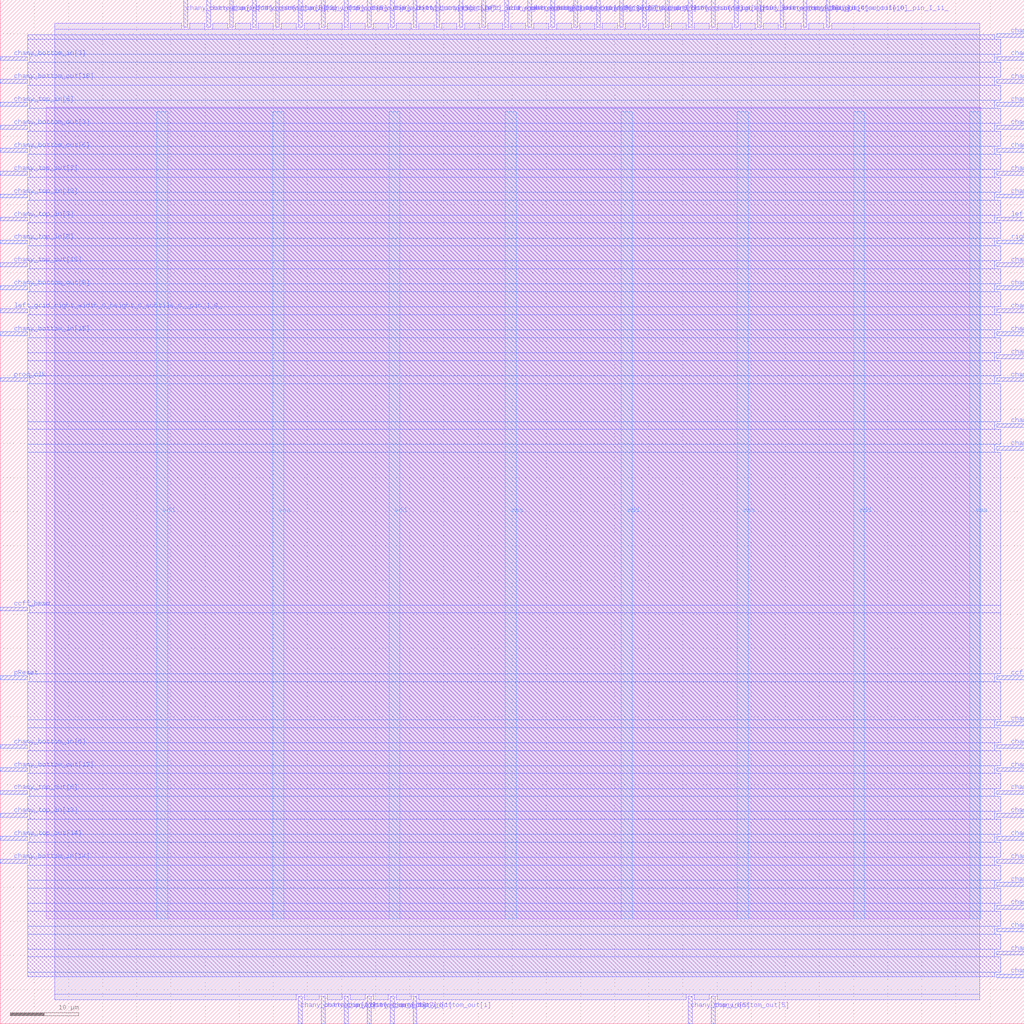
<source format=lef>
VERSION 5.7 ;
  NOWIREEXTENSIONATPIN ON ;
  DIVIDERCHAR "/" ;
  BUSBITCHARS "[]" ;
MACRO cby_1__1_
  CLASS BLOCK ;
  FOREIGN cby_1__1_ ;
  ORIGIN 0.000 0.000 ;
  SIZE 150.000 BY 150.000 ;
  PIN ccff_head
    DIRECTION INPUT ;
    USE SIGNAL ;
    ANTENNAGATEAREA 0.741000 ;
    ANTENNADIFFAREA 0.410400 ;
    PORT
      LAYER Metal3 ;
        RECT 0.000 60.480 4.000 61.040 ;
    END
  END ccff_head
  PIN ccff_tail
    DIRECTION OUTPUT TRISTATE ;
    USE SIGNAL ;
    ANTENNADIFFAREA 2.080400 ;
    PORT
      LAYER Metal3 ;
        RECT 146.000 50.400 150.000 50.960 ;
    END
  END ccff_tail
  PIN chany_bottom_in[0]
    DIRECTION INPUT ;
    USE SIGNAL ;
    ANTENNAGATEAREA 0.741000 ;
    ANTENNADIFFAREA 0.410400 ;
    PORT
      LAYER Metal2 ;
        RECT 26.880 146.000 27.440 150.000 ;
    END
  END chany_bottom_in[0]
  PIN chany_bottom_in[10]
    DIRECTION INPUT ;
    USE SIGNAL ;
    ANTENNAGATEAREA 0.741000 ;
    ANTENNADIFFAREA 0.410400 ;
    PORT
      LAYER Metal2 ;
        RECT 97.440 146.000 98.000 150.000 ;
    END
  END chany_bottom_in[10]
  PIN chany_bottom_in[11]
    DIRECTION INPUT ;
    USE SIGNAL ;
    ANTENNAGATEAREA 0.741000 ;
    ANTENNADIFFAREA 0.410400 ;
    PORT
      LAYER Metal2 ;
        RECT 33.600 146.000 34.160 150.000 ;
    END
  END chany_bottom_in[11]
  PIN chany_bottom_in[12]
    DIRECTION INPUT ;
    USE SIGNAL ;
    ANTENNAGATEAREA 0.741000 ;
    ANTENNADIFFAREA 0.410400 ;
    PORT
      LAYER Metal3 ;
        RECT 146.000 94.080 150.000 94.640 ;
    END
  END chany_bottom_in[12]
  PIN chany_bottom_in[13]
    DIRECTION INPUT ;
    USE SIGNAL ;
    ANTENNAGATEAREA 0.741000 ;
    ANTENNADIFFAREA 0.410400 ;
    PORT
      LAYER Metal3 ;
        RECT 146.000 110.880 150.000 111.440 ;
    END
  END chany_bottom_in[13]
  PIN chany_bottom_in[14]
    DIRECTION INPUT ;
    USE SIGNAL ;
    ANTENNAGATEAREA 0.741000 ;
    ANTENNADIFFAREA 0.410400 ;
    PORT
      LAYER Metal3 ;
        RECT 0.000 23.520 4.000 24.080 ;
    END
  END chany_bottom_in[14]
  PIN chany_bottom_in[15]
    DIRECTION INPUT ;
    USE SIGNAL ;
    ANTENNAGATEAREA 0.741000 ;
    ANTENNADIFFAREA 0.410400 ;
    PORT
      LAYER Metal3 ;
        RECT 0.000 100.800 4.000 101.360 ;
    END
  END chany_bottom_in[15]
  PIN chany_bottom_in[16]
    DIRECTION INPUT ;
    USE SIGNAL ;
    ANTENNAGATEAREA 0.741000 ;
    ANTENNADIFFAREA 0.410400 ;
    PORT
      LAYER Metal3 ;
        RECT 146.000 144.480 150.000 145.040 ;
    END
  END chany_bottom_in[16]
  PIN chany_bottom_in[17]
    DIRECTION INPUT ;
    USE SIGNAL ;
    ANTENNAGATEAREA 0.741000 ;
    ANTENNADIFFAREA 0.410400 ;
    PORT
      LAYER Metal2 ;
        RECT 43.680 0.000 44.240 4.000 ;
    END
  END chany_bottom_in[17]
  PIN chany_bottom_in[18]
    DIRECTION INPUT ;
    USE SIGNAL ;
    ANTENNAGATEAREA 0.741000 ;
    ANTENNADIFFAREA 0.410400 ;
    PORT
      LAYER Metal2 ;
        RECT 80.640 146.000 81.200 150.000 ;
    END
  END chany_bottom_in[18]
  PIN chany_bottom_in[19]
    DIRECTION INPUT ;
    USE SIGNAL ;
    ANTENNAGATEAREA 0.741000 ;
    ANTENNADIFFAREA 0.410400 ;
    PORT
      LAYER Metal3 ;
        RECT 146.000 120.960 150.000 121.520 ;
    END
  END chany_bottom_in[19]
  PIN chany_bottom_in[1]
    DIRECTION INPUT ;
    USE SIGNAL ;
    ANTENNAGATEAREA 0.741000 ;
    ANTENNADIFFAREA 0.410400 ;
    PORT
      LAYER Metal2 ;
        RECT 77.280 146.000 77.840 150.000 ;
    END
  END chany_bottom_in[1]
  PIN chany_bottom_in[2]
    DIRECTION INPUT ;
    USE SIGNAL ;
    ANTENNAGATEAREA 0.741000 ;
    ANTENNADIFFAREA 0.410400 ;
    PORT
      LAYER Metal3 ;
        RECT 146.000 137.760 150.000 138.320 ;
    END
  END chany_bottom_in[2]
  PIN chany_bottom_in[3]
    DIRECTION INPUT ;
    USE SIGNAL ;
    ANTENNAGATEAREA 0.741000 ;
    ANTENNADIFFAREA 0.410400 ;
    PORT
      LAYER Metal3 ;
        RECT 0.000 141.120 4.000 141.680 ;
    END
  END chany_bottom_in[3]
  PIN chany_bottom_in[4]
    DIRECTION INPUT ;
    USE SIGNAL ;
    ANTENNAGATEAREA 0.741000 ;
    ANTENNADIFFAREA 0.410400 ;
    PORT
      LAYER Metal2 ;
        RECT 100.800 146.000 101.360 150.000 ;
    END
  END chany_bottom_in[4]
  PIN chany_bottom_in[5]
    DIRECTION INPUT ;
    USE SIGNAL ;
    ANTENNAGATEAREA 0.741000 ;
    ANTENNADIFFAREA 0.410400 ;
    PORT
      LAYER Metal2 ;
        RECT 36.960 146.000 37.520 150.000 ;
    END
  END chany_bottom_in[5]
  PIN chany_bottom_in[6]
    DIRECTION INPUT ;
    USE SIGNAL ;
    ANTENNAGATEAREA 0.741000 ;
    ANTENNADIFFAREA 0.410400 ;
    PORT
      LAYER Metal3 ;
        RECT 0.000 40.320 4.000 40.880 ;
    END
  END chany_bottom_in[6]
  PIN chany_bottom_in[7]
    DIRECTION INPUT ;
    USE SIGNAL ;
    ANTENNAGATEAREA 0.741000 ;
    ANTENNADIFFAREA 0.410400 ;
    PORT
      LAYER Metal3 ;
        RECT 146.000 6.720 150.000 7.280 ;
    END
  END chany_bottom_in[7]
  PIN chany_bottom_in[8]
    DIRECTION INPUT ;
    USE SIGNAL ;
    ANTENNAGATEAREA 0.741000 ;
    ANTENNADIFFAREA 0.410400 ;
    PORT
      LAYER Metal3 ;
        RECT 146.000 40.320 150.000 40.880 ;
    END
  END chany_bottom_in[8]
  PIN chany_bottom_in[9]
    DIRECTION INPUT ;
    USE SIGNAL ;
    ANTENNAGATEAREA 0.741000 ;
    ANTENNADIFFAREA 0.410400 ;
    PORT
      LAYER Metal3 ;
        RECT 146.000 107.520 150.000 108.080 ;
    END
  END chany_bottom_in[9]
  PIN chany_bottom_out[0]
    DIRECTION OUTPUT TRISTATE ;
    USE SIGNAL ;
    ANTENNADIFFAREA 2.080400 ;
    PORT
      LAYER Metal3 ;
        RECT 146.000 141.120 150.000 141.680 ;
    END
  END chany_bottom_out[0]
  PIN chany_bottom_out[10]
    DIRECTION OUTPUT TRISTATE ;
    USE SIGNAL ;
    ANTENNADIFFAREA 2.080400 ;
    PORT
      LAYER Metal2 ;
        RECT 120.960 146.000 121.520 150.000 ;
    END
  END chany_bottom_out[10]
  PIN chany_bottom_out[11]
    DIRECTION OUTPUT TRISTATE ;
    USE SIGNAL ;
    ANTENNADIFFAREA 2.080400 ;
    PORT
      LAYER Metal2 ;
        RECT 50.400 0.000 50.960 4.000 ;
    END
  END chany_bottom_out[11]
  PIN chany_bottom_out[12]
    DIRECTION OUTPUT TRISTATE ;
    USE SIGNAL ;
    ANTENNADIFFAREA 2.080400 ;
    PORT
      LAYER Metal3 ;
        RECT 146.000 36.960 150.000 37.520 ;
    END
  END chany_bottom_out[12]
  PIN chany_bottom_out[13]
    DIRECTION OUTPUT TRISTATE ;
    USE SIGNAL ;
    ANTENNADIFFAREA 1.986000 ;
    PORT
      LAYER Metal3 ;
        RECT 0.000 36.960 4.000 37.520 ;
    END
  END chany_bottom_out[13]
  PIN chany_bottom_out[14]
    DIRECTION OUTPUT TRISTATE ;
    USE SIGNAL ;
    ANTENNADIFFAREA 1.986000 ;
    PORT
      LAYER Metal2 ;
        RECT 60.480 146.000 61.040 150.000 ;
    END
  END chany_bottom_out[14]
  PIN chany_bottom_out[15]
    DIRECTION OUTPUT TRISTATE ;
    USE SIGNAL ;
    ANTENNADIFFAREA 2.080400 ;
    PORT
      LAYER Metal2 ;
        RECT 57.120 146.000 57.680 150.000 ;
    END
  END chany_bottom_out[15]
  PIN chany_bottom_out[16]
    DIRECTION OUTPUT TRISTATE ;
    USE SIGNAL ;
    ANTENNADIFFAREA 2.080400 ;
    PORT
      LAYER Metal2 ;
        RECT 110.880 146.000 111.440 150.000 ;
    END
  END chany_bottom_out[16]
  PIN chany_bottom_out[17]
    DIRECTION OUTPUT TRISTATE ;
    USE SIGNAL ;
    ANTENNADIFFAREA 2.080400 ;
    PORT
      LAYER Metal3 ;
        RECT 146.000 30.240 150.000 30.800 ;
    END
  END chany_bottom_out[17]
  PIN chany_bottom_out[18]
    DIRECTION OUTPUT TRISTATE ;
    USE SIGNAL ;
    ANTENNADIFFAREA 2.080400 ;
    PORT
      LAYER Metal3 ;
        RECT 0.000 137.760 4.000 138.320 ;
    END
  END chany_bottom_out[18]
  PIN chany_bottom_out[19]
    DIRECTION OUTPUT TRISTATE ;
    USE SIGNAL ;
    ANTENNADIFFAREA 2.080400 ;
    PORT
      LAYER Metal3 ;
        RECT 146.000 33.600 150.000 34.160 ;
    END
  END chany_bottom_out[19]
  PIN chany_bottom_out[1]
    DIRECTION OUTPUT TRISTATE ;
    USE SIGNAL ;
    ANTENNADIFFAREA 2.080400 ;
    PORT
      LAYER Metal2 ;
        RECT 60.480 0.000 61.040 4.000 ;
    END
  END chany_bottom_out[1]
  PIN chany_bottom_out[2]
    DIRECTION OUTPUT TRISTATE ;
    USE SIGNAL ;
    ANTENNADIFFAREA 2.080400 ;
    PORT
      LAYER Metal2 ;
        RECT 73.920 146.000 74.480 150.000 ;
    END
  END chany_bottom_out[2]
  PIN chany_bottom_out[3]
    DIRECTION OUTPUT TRISTATE ;
    USE SIGNAL ;
    ANTENNADIFFAREA 2.080400 ;
    PORT
      LAYER Metal3 ;
        RECT 0.000 131.040 4.000 131.600 ;
    END
  END chany_bottom_out[3]
  PIN chany_bottom_out[4]
    DIRECTION OUTPUT TRISTATE ;
    USE SIGNAL ;
    ANTENNADIFFAREA 2.080400 ;
    PORT
      LAYER Metal3 ;
        RECT 146.000 26.880 150.000 27.440 ;
    END
  END chany_bottom_out[4]
  PIN chany_bottom_out[5]
    DIRECTION OUTPUT TRISTATE ;
    USE SIGNAL ;
    ANTENNADIFFAREA 2.080400 ;
    PORT
      LAYER Metal2 ;
        RECT 104.160 0.000 104.720 4.000 ;
    END
  END chany_bottom_out[5]
  PIN chany_bottom_out[6]
    DIRECTION OUTPUT TRISTATE ;
    USE SIGNAL ;
    ANTENNADIFFAREA 1.986000 ;
    PORT
      LAYER Metal3 ;
        RECT 0.000 127.680 4.000 128.240 ;
    END
  END chany_bottom_out[6]
  PIN chany_bottom_out[7]
    DIRECTION OUTPUT TRISTATE ;
    USE SIGNAL ;
    ANTENNADIFFAREA 2.080400 ;
    PORT
      LAYER Metal2 ;
        RECT 90.720 146.000 91.280 150.000 ;
    END
  END chany_bottom_out[7]
  PIN chany_bottom_out[8]
    DIRECTION OUTPUT TRISTATE ;
    USE SIGNAL ;
    ANTENNADIFFAREA 2.080400 ;
    PORT
      LAYER Metal3 ;
        RECT 0.000 107.520 4.000 108.080 ;
    END
  END chany_bottom_out[8]
  PIN chany_bottom_out[9]
    DIRECTION OUTPUT TRISTATE ;
    USE SIGNAL ;
    ANTENNADIFFAREA 2.080400 ;
    PORT
      LAYER Metal3 ;
        RECT 146.000 87.360 150.000 87.920 ;
    END
  END chany_bottom_out[9]
  PIN chany_top_in[0]
    DIRECTION INPUT ;
    USE SIGNAL ;
    ANTENNAGATEAREA 0.741000 ;
    ANTENNADIFFAREA 0.410400 ;
    PORT
      LAYER Metal3 ;
        RECT 146.000 104.160 150.000 104.720 ;
    END
  END chany_top_in[0]
  PIN chany_top_in[10]
    DIRECTION INPUT ;
    USE SIGNAL ;
    ANTENNAGATEAREA 0.741000 ;
    ANTENNADIFFAREA 0.410400 ;
    PORT
      LAYER Metal2 ;
        RECT 104.160 146.000 104.720 150.000 ;
    END
  END chany_top_in[10]
  PIN chany_top_in[11]
    DIRECTION INPUT ;
    USE SIGNAL ;
    ANTENNAGATEAREA 0.741000 ;
    ANTENNADIFFAREA 0.410400 ;
    PORT
      LAYER Metal2 ;
        RECT 47.040 0.000 47.600 4.000 ;
    END
  END chany_top_in[11]
  PIN chany_top_in[12]
    DIRECTION INPUT ;
    USE SIGNAL ;
    ANTENNAGATEAREA 0.741000 ;
    ANTENNADIFFAREA 0.410400 ;
    PORT
      LAYER Metal3 ;
        RECT 146.000 10.080 150.000 10.640 ;
    END
  END chany_top_in[12]
  PIN chany_top_in[13]
    DIRECTION INPUT ;
    USE SIGNAL ;
    ANTENNAGATEAREA 0.741000 ;
    ANTENNADIFFAREA 0.410400 ;
    PORT
      LAYER Metal3 ;
        RECT 0.000 30.240 4.000 30.800 ;
    END
  END chany_top_in[13]
  PIN chany_top_in[14]
    DIRECTION INPUT ;
    USE SIGNAL ;
    ANTENNAGATEAREA 0.741000 ;
    ANTENNADIFFAREA 0.410400 ;
    PORT
      LAYER Metal2 ;
        RECT 30.240 146.000 30.800 150.000 ;
    END
  END chany_top_in[14]
  PIN chany_top_in[15]
    DIRECTION INPUT ;
    USE SIGNAL ;
    ANTENNAGATEAREA 0.741000 ;
    ANTENNADIFFAREA 0.410400 ;
    PORT
      LAYER Metal2 ;
        RECT 43.680 146.000 44.240 150.000 ;
    END
  END chany_top_in[15]
  PIN chany_top_in[16]
    DIRECTION INPUT ;
    USE SIGNAL ;
    ANTENNAGATEAREA 0.741000 ;
    ANTENNADIFFAREA 0.410400 ;
    PORT
      LAYER Metal2 ;
        RECT 94.080 146.000 94.640 150.000 ;
    END
  END chany_top_in[16]
  PIN chany_top_in[17]
    DIRECTION INPUT ;
    USE SIGNAL ;
    ANTENNAGATEAREA 0.741000 ;
    ANTENNADIFFAREA 0.410400 ;
    PORT
      LAYER Metal3 ;
        RECT 146.000 20.160 150.000 20.720 ;
    END
  END chany_top_in[17]
  PIN chany_top_in[18]
    DIRECTION INPUT ;
    USE SIGNAL ;
    ANTENNAGATEAREA 0.741000 ;
    ANTENNADIFFAREA 0.410400 ;
    PORT
      LAYER Metal3 ;
        RECT 0.000 120.960 4.000 121.520 ;
    END
  END chany_top_in[18]
  PIN chany_top_in[19]
    DIRECTION INPUT ;
    USE SIGNAL ;
    ANTENNAGATEAREA 0.741000 ;
    ANTENNADIFFAREA 0.410400 ;
    PORT
      LAYER Metal3 ;
        RECT 146.000 13.440 150.000 14.000 ;
    END
  END chany_top_in[19]
  PIN chany_top_in[1]
    DIRECTION INPUT ;
    USE SIGNAL ;
    ANTENNAGATEAREA 0.741000 ;
    ANTENNADIFFAREA 0.410400 ;
    PORT
      LAYER Metal2 ;
        RECT 57.120 0.000 57.680 4.000 ;
    END
  END chany_top_in[1]
  PIN chany_top_in[2]
    DIRECTION INPUT ;
    USE SIGNAL ;
    ANTENNAGATEAREA 0.741000 ;
    ANTENNADIFFAREA 0.410400 ;
    PORT
      LAYER Metal2 ;
        RECT 40.320 146.000 40.880 150.000 ;
    END
  END chany_top_in[2]
  PIN chany_top_in[3]
    DIRECTION INPUT ;
    USE SIGNAL ;
    ANTENNAGATEAREA 0.741000 ;
    ANTENNADIFFAREA 0.410400 ;
    PORT
      LAYER Metal3 ;
        RECT 0.000 117.600 4.000 118.160 ;
    END
  END chany_top_in[3]
  PIN chany_top_in[4]
    DIRECTION INPUT ;
    USE SIGNAL ;
    ANTENNAGATEAREA 0.741000 ;
    ANTENNADIFFAREA 0.410400 ;
    PORT
      LAYER Metal3 ;
        RECT 146.000 16.800 150.000 17.360 ;
    END
  END chany_top_in[4]
  PIN chany_top_in[5]
    DIRECTION INPUT ;
    USE SIGNAL ;
    ANTENNAGATEAREA 0.741000 ;
    ANTENNADIFFAREA 0.410400 ;
    PORT
      LAYER Metal2 ;
        RECT 100.800 0.000 101.360 4.000 ;
    END
  END chany_top_in[5]
  PIN chany_top_in[6]
    DIRECTION INPUT ;
    USE SIGNAL ;
    ANTENNAGATEAREA 0.741000 ;
    ANTENNADIFFAREA 0.410400 ;
    PORT
      LAYER Metal3 ;
        RECT 0.000 134.400 4.000 134.960 ;
    END
  END chany_top_in[6]
  PIN chany_top_in[7]
    DIRECTION INPUT ;
    USE SIGNAL ;
    ANTENNAGATEAREA 0.741000 ;
    ANTENNADIFFAREA 0.410400 ;
    PORT
      LAYER Metal2 ;
        RECT 87.360 146.000 87.920 150.000 ;
    END
  END chany_top_in[7]
  PIN chany_top_in[8]
    DIRECTION INPUT ;
    USE SIGNAL ;
    ANTENNAGATEAREA 0.741000 ;
    ANTENNADIFFAREA 0.410400 ;
    PORT
      LAYER Metal3 ;
        RECT 0.000 114.240 4.000 114.800 ;
    END
  END chany_top_in[8]
  PIN chany_top_in[9]
    DIRECTION INPUT ;
    USE SIGNAL ;
    ANTENNAGATEAREA 0.741000 ;
    ANTENNADIFFAREA 0.410400 ;
    PORT
      LAYER Metal3 ;
        RECT 146.000 84.000 150.000 84.560 ;
    END
  END chany_top_in[9]
  PIN chany_top_out[0]
    DIRECTION OUTPUT TRISTATE ;
    USE SIGNAL ;
    ANTENNADIFFAREA 2.080400 ;
    PORT
      LAYER Metal2 ;
        RECT 50.400 146.000 50.960 150.000 ;
    END
  END chany_top_out[0]
  PIN chany_top_out[10]
    DIRECTION OUTPUT TRISTATE ;
    USE SIGNAL ;
    ANTENNADIFFAREA 2.080400 ;
    PORT
      LAYER Metal2 ;
        RECT 114.240 146.000 114.800 150.000 ;
    END
  END chany_top_out[10]
  PIN chany_top_out[11]
    DIRECTION OUTPUT TRISTATE ;
    USE SIGNAL ;
    ANTENNADIFFAREA 1.986000 ;
    PORT
      LAYER Metal2 ;
        RECT 53.760 146.000 54.320 150.000 ;
    END
  END chany_top_out[11]
  PIN chany_top_out[12]
    DIRECTION OUTPUT TRISTATE ;
    USE SIGNAL ;
    ANTENNADIFFAREA 1.986000 ;
    PORT
      LAYER Metal3 ;
        RECT 146.000 97.440 150.000 98.000 ;
    END
  END chany_top_out[12]
  PIN chany_top_out[13]
    DIRECTION OUTPUT TRISTATE ;
    USE SIGNAL ;
    ANTENNADIFFAREA 2.080400 ;
    PORT
      LAYER Metal3 ;
        RECT 146.000 131.040 150.000 131.600 ;
    END
  END chany_top_out[13]
  PIN chany_top_out[14]
    DIRECTION OUTPUT TRISTATE ;
    USE SIGNAL ;
    ANTENNADIFFAREA 1.986000 ;
    PORT
      LAYER Metal3 ;
        RECT 0.000 26.880 4.000 27.440 ;
    END
  END chany_top_out[14]
  PIN chany_top_out[15]
    DIRECTION OUTPUT TRISTATE ;
    USE SIGNAL ;
    ANTENNADIFFAREA 2.080400 ;
    PORT
      LAYER Metal3 ;
        RECT 0.000 110.880 4.000 111.440 ;
    END
  END chany_top_out[15]
  PIN chany_top_out[16]
    DIRECTION OUTPUT TRISTATE ;
    USE SIGNAL ;
    ANTENNADIFFAREA 1.986000 ;
    PORT
      LAYER Metal3 ;
        RECT 146.000 127.680 150.000 128.240 ;
    END
  END chany_top_out[16]
  PIN chany_top_out[17]
    DIRECTION OUTPUT TRISTATE ;
    USE SIGNAL ;
    ANTENNADIFFAREA 2.080400 ;
    PORT
      LAYER Metal2 ;
        RECT 53.760 0.000 54.320 4.000 ;
    END
  END chany_top_out[17]
  PIN chany_top_out[18]
    DIRECTION OUTPUT TRISTATE ;
    USE SIGNAL ;
    ANTENNADIFFAREA 2.080400 ;
    PORT
      LAYER Metal2 ;
        RECT 84.000 146.000 84.560 150.000 ;
    END
  END chany_top_out[18]
  PIN chany_top_out[19]
    DIRECTION OUTPUT TRISTATE ;
    USE SIGNAL ;
    ANTENNADIFFAREA 2.080400 ;
    PORT
      LAYER Metal3 ;
        RECT 146.000 134.400 150.000 134.960 ;
    END
  END chany_top_out[19]
  PIN chany_top_out[1]
    DIRECTION OUTPUT TRISTATE ;
    USE SIGNAL ;
    ANTENNADIFFAREA 2.080400 ;
    PORT
      LAYER Metal2 ;
        RECT 63.840 146.000 64.400 150.000 ;
    END
  END chany_top_out[1]
  PIN chany_top_out[2]
    DIRECTION OUTPUT TRISTATE ;
    USE SIGNAL ;
    ANTENNADIFFAREA 2.080400 ;
    PORT
      LAYER Metal3 ;
        RECT 146.000 124.320 150.000 124.880 ;
    END
  END chany_top_out[2]
  PIN chany_top_out[3]
    DIRECTION OUTPUT TRISTATE ;
    USE SIGNAL ;
    ANTENNADIFFAREA 2.080400 ;
    PORT
      LAYER Metal3 ;
        RECT 0.000 124.320 4.000 124.880 ;
    END
  END chany_top_out[3]
  PIN chany_top_out[4]
    DIRECTION OUTPUT TRISTATE ;
    USE SIGNAL ;
    ANTENNADIFFAREA 2.080400 ;
    PORT
      LAYER Metal2 ;
        RECT 117.600 146.000 118.160 150.000 ;
    END
  END chany_top_out[4]
  PIN chany_top_out[5]
    DIRECTION OUTPUT TRISTATE ;
    USE SIGNAL ;
    ANTENNADIFFAREA 2.080400 ;
    PORT
      LAYER Metal2 ;
        RECT 47.040 146.000 47.600 150.000 ;
    END
  END chany_top_out[5]
  PIN chany_top_out[6]
    DIRECTION OUTPUT TRISTATE ;
    USE SIGNAL ;
    ANTENNADIFFAREA 1.986000 ;
    PORT
      LAYER Metal3 ;
        RECT 0.000 33.600 4.000 34.160 ;
    END
  END chany_top_out[6]
  PIN chany_top_out[7]
    DIRECTION OUTPUT TRISTATE ;
    USE SIGNAL ;
    ANTENNADIFFAREA 2.080400 ;
    PORT
      LAYER Metal3 ;
        RECT 146.000 23.520 150.000 24.080 ;
    END
  END chany_top_out[7]
  PIN chany_top_out[8]
    DIRECTION OUTPUT TRISTATE ;
    USE SIGNAL ;
    ANTENNADIFFAREA 2.080400 ;
    PORT
      LAYER Metal3 ;
        RECT 146.000 43.680 150.000 44.240 ;
    END
  END chany_top_out[8]
  PIN chany_top_out[9]
    DIRECTION OUTPUT TRISTATE ;
    USE SIGNAL ;
    ANTENNADIFFAREA 1.986000 ;
    PORT
      LAYER Metal3 ;
        RECT 146.000 100.800 150.000 101.360 ;
    END
  END chany_top_out[9]
  PIN left_grid_right_width_0_height_0_subtile_0__pin_I_1_
    DIRECTION OUTPUT TRISTATE ;
    USE SIGNAL ;
    ANTENNADIFFAREA 0.360800 ;
    PORT
      LAYER Metal3 ;
        RECT 146.000 117.600 150.000 118.160 ;
    END
  END left_grid_right_width_0_height_0_subtile_0__pin_I_1_
  PIN left_grid_right_width_0_height_0_subtile_0__pin_I_5_
    DIRECTION OUTPUT TRISTATE ;
    USE SIGNAL ;
    ANTENNADIFFAREA 0.360800 ;
    PORT
      LAYER Metal2 ;
        RECT 70.560 146.000 71.120 150.000 ;
    END
  END left_grid_right_width_0_height_0_subtile_0__pin_I_5_
  PIN left_grid_right_width_0_height_0_subtile_0__pin_I_9_
    DIRECTION OUTPUT TRISTATE ;
    USE SIGNAL ;
    ANTENNADIFFAREA 0.360800 ;
    PORT
      LAYER Metal3 ;
        RECT 0.000 104.160 4.000 104.720 ;
    END
  END left_grid_right_width_0_height_0_subtile_0__pin_I_9_
  PIN pReset
    DIRECTION INPUT ;
    USE SIGNAL ;
    ANTENNAGATEAREA 0.498500 ;
    ANTENNADIFFAREA 0.410400 ;
    PORT
      LAYER Metal3 ;
        RECT 0.000 50.400 4.000 50.960 ;
    END
  END pReset
  PIN prog_clk
    DIRECTION INPUT ;
    USE SIGNAL ;
    ANTENNAGATEAREA 4.738000 ;
    ANTENNADIFFAREA 0.410400 ;
    PORT
      LAYER Metal3 ;
        RECT 0.000 94.080 4.000 94.640 ;
    END
  END prog_clk
  PIN right_grid_left_width_0_height_0_subtile_0__pin_I_11_
    DIRECTION OUTPUT TRISTATE ;
    USE SIGNAL ;
    ANTENNADIFFAREA 0.360800 ;
    PORT
      LAYER Metal2 ;
        RECT 107.520 146.000 108.080 150.000 ;
    END
  END right_grid_left_width_0_height_0_subtile_0__pin_I_11_
  PIN right_grid_left_width_0_height_0_subtile_0__pin_I_3_
    DIRECTION OUTPUT TRISTATE ;
    USE SIGNAL ;
    ANTENNADIFFAREA 0.360800 ;
    PORT
      LAYER Metal2 ;
        RECT 67.200 146.000 67.760 150.000 ;
    END
  END right_grid_left_width_0_height_0_subtile_0__pin_I_3_
  PIN right_grid_left_width_0_height_0_subtile_0__pin_I_7_
    DIRECTION OUTPUT TRISTATE ;
    USE SIGNAL ;
    ANTENNADIFFAREA 0.360800 ;
    PORT
      LAYER Metal3 ;
        RECT 146.000 114.240 150.000 114.800 ;
    END
  END right_grid_left_width_0_height_0_subtile_0__pin_I_7_
  PIN vdd
    DIRECTION INOUT ;
    USE POWER ;
    PORT
      LAYER Metal4 ;
        RECT 22.930 15.380 24.530 133.580 ;
    END
    PORT
      LAYER Metal4 ;
        RECT 56.950 15.380 58.550 133.580 ;
    END
    PORT
      LAYER Metal4 ;
        RECT 90.970 15.380 92.570 133.580 ;
    END
    PORT
      LAYER Metal4 ;
        RECT 124.990 15.380 126.590 133.580 ;
    END
  END vdd
  PIN vss
    DIRECTION INOUT ;
    USE GROUND ;
    PORT
      LAYER Metal4 ;
        RECT 39.940 15.380 41.540 133.580 ;
    END
    PORT
      LAYER Metal4 ;
        RECT 73.960 15.380 75.560 133.580 ;
    END
    PORT
      LAYER Metal4 ;
        RECT 107.980 15.380 109.580 133.580 ;
    END
    PORT
      LAYER Metal4 ;
        RECT 142.000 15.380 143.600 133.580 ;
    END
  END vss
  OBS
      LAYER Metal1 ;
        RECT 6.720 15.380 143.600 134.250 ;
      LAYER Metal2 ;
        RECT 7.980 145.700 26.580 146.580 ;
        RECT 27.740 145.700 29.940 146.580 ;
        RECT 31.100 145.700 33.300 146.580 ;
        RECT 34.460 145.700 36.660 146.580 ;
        RECT 37.820 145.700 40.020 146.580 ;
        RECT 41.180 145.700 43.380 146.580 ;
        RECT 44.540 145.700 46.740 146.580 ;
        RECT 47.900 145.700 50.100 146.580 ;
        RECT 51.260 145.700 53.460 146.580 ;
        RECT 54.620 145.700 56.820 146.580 ;
        RECT 57.980 145.700 60.180 146.580 ;
        RECT 61.340 145.700 63.540 146.580 ;
        RECT 64.700 145.700 66.900 146.580 ;
        RECT 68.060 145.700 70.260 146.580 ;
        RECT 71.420 145.700 73.620 146.580 ;
        RECT 74.780 145.700 76.980 146.580 ;
        RECT 78.140 145.700 80.340 146.580 ;
        RECT 81.500 145.700 83.700 146.580 ;
        RECT 84.860 145.700 87.060 146.580 ;
        RECT 88.220 145.700 90.420 146.580 ;
        RECT 91.580 145.700 93.780 146.580 ;
        RECT 94.940 145.700 97.140 146.580 ;
        RECT 98.300 145.700 100.500 146.580 ;
        RECT 101.660 145.700 103.860 146.580 ;
        RECT 105.020 145.700 107.220 146.580 ;
        RECT 108.380 145.700 110.580 146.580 ;
        RECT 111.740 145.700 113.940 146.580 ;
        RECT 115.100 145.700 117.300 146.580 ;
        RECT 118.460 145.700 120.660 146.580 ;
        RECT 121.820 145.700 143.460 146.580 ;
        RECT 7.980 4.300 143.460 145.700 ;
        RECT 7.980 3.500 43.380 4.300 ;
        RECT 44.540 3.500 46.740 4.300 ;
        RECT 47.900 3.500 50.100 4.300 ;
        RECT 51.260 3.500 53.460 4.300 ;
        RECT 54.620 3.500 56.820 4.300 ;
        RECT 57.980 3.500 60.180 4.300 ;
        RECT 61.340 3.500 100.500 4.300 ;
        RECT 101.660 3.500 103.860 4.300 ;
        RECT 105.020 3.500 143.460 4.300 ;
      LAYER Metal3 ;
        RECT 4.000 144.180 145.700 144.900 ;
        RECT 4.000 141.980 146.580 144.180 ;
        RECT 4.300 140.820 145.700 141.980 ;
        RECT 4.000 138.620 146.580 140.820 ;
        RECT 4.300 137.460 145.700 138.620 ;
        RECT 4.000 135.260 146.580 137.460 ;
        RECT 4.300 134.100 145.700 135.260 ;
        RECT 4.000 131.900 146.580 134.100 ;
        RECT 4.300 130.740 145.700 131.900 ;
        RECT 4.000 128.540 146.580 130.740 ;
        RECT 4.300 127.380 145.700 128.540 ;
        RECT 4.000 125.180 146.580 127.380 ;
        RECT 4.300 124.020 145.700 125.180 ;
        RECT 4.000 121.820 146.580 124.020 ;
        RECT 4.300 120.660 145.700 121.820 ;
        RECT 4.000 118.460 146.580 120.660 ;
        RECT 4.300 117.300 145.700 118.460 ;
        RECT 4.000 115.100 146.580 117.300 ;
        RECT 4.300 113.940 145.700 115.100 ;
        RECT 4.000 111.740 146.580 113.940 ;
        RECT 4.300 110.580 145.700 111.740 ;
        RECT 4.000 108.380 146.580 110.580 ;
        RECT 4.300 107.220 145.700 108.380 ;
        RECT 4.000 105.020 146.580 107.220 ;
        RECT 4.300 103.860 145.700 105.020 ;
        RECT 4.000 101.660 146.580 103.860 ;
        RECT 4.300 100.500 145.700 101.660 ;
        RECT 4.000 98.300 146.580 100.500 ;
        RECT 4.000 97.140 145.700 98.300 ;
        RECT 4.000 94.940 146.580 97.140 ;
        RECT 4.300 93.780 145.700 94.940 ;
        RECT 4.000 88.220 146.580 93.780 ;
        RECT 4.000 87.060 145.700 88.220 ;
        RECT 4.000 84.860 146.580 87.060 ;
        RECT 4.000 83.700 145.700 84.860 ;
        RECT 4.000 61.340 146.580 83.700 ;
        RECT 4.300 60.180 146.580 61.340 ;
        RECT 4.000 51.260 146.580 60.180 ;
        RECT 4.300 50.100 145.700 51.260 ;
        RECT 4.000 44.540 146.580 50.100 ;
        RECT 4.000 43.380 145.700 44.540 ;
        RECT 4.000 41.180 146.580 43.380 ;
        RECT 4.300 40.020 145.700 41.180 ;
        RECT 4.000 37.820 146.580 40.020 ;
        RECT 4.300 36.660 145.700 37.820 ;
        RECT 4.000 34.460 146.580 36.660 ;
        RECT 4.300 33.300 145.700 34.460 ;
        RECT 4.000 31.100 146.580 33.300 ;
        RECT 4.300 29.940 145.700 31.100 ;
        RECT 4.000 27.740 146.580 29.940 ;
        RECT 4.300 26.580 145.700 27.740 ;
        RECT 4.000 24.380 146.580 26.580 ;
        RECT 4.300 23.220 145.700 24.380 ;
        RECT 4.000 21.020 146.580 23.220 ;
        RECT 4.000 19.860 145.700 21.020 ;
        RECT 4.000 17.660 146.580 19.860 ;
        RECT 4.000 16.500 145.700 17.660 ;
        RECT 4.000 14.300 146.580 16.500 ;
        RECT 4.000 13.140 145.700 14.300 ;
        RECT 4.000 10.940 146.580 13.140 ;
        RECT 4.000 9.780 145.700 10.940 ;
        RECT 4.000 7.580 146.580 9.780 ;
        RECT 4.000 6.860 145.700 7.580 ;
  END
END cby_1__1_
END LIBRARY


</source>
